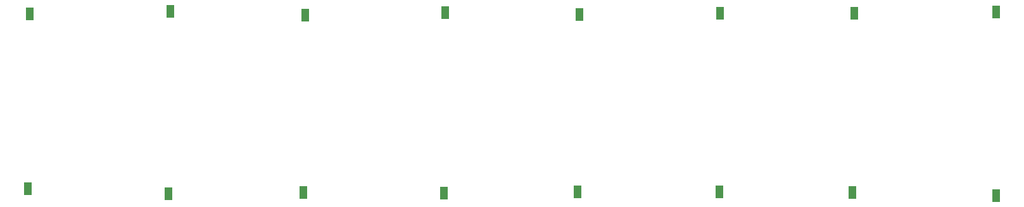
<source format=gbr>
G04 EAGLE Gerber RS-274X export*
G75*
%MOMM*%
%FSLAX34Y34*%
%LPD*%
%INSolderpaste Bottom*%
%IPPOS*%
%AMOC8*
5,1,8,0,0,1.08239X$1,22.5*%
G01*
%ADD10R,1.000000X1.800000*%


D10*
X349250Y278384D03*
X537210Y281178D03*
X717550Y276606D03*
X905002Y279908D03*
X1084580Y277114D03*
X1272794Y278892D03*
X1451864Y278638D03*
X347472Y43434D03*
X535178Y36322D03*
X715772Y38100D03*
X902970Y37846D03*
X1082294Y39116D03*
X1271270Y39370D03*
X1449832Y38100D03*
X1641754Y34519D03*
X1641551Y280314D03*
M02*

</source>
